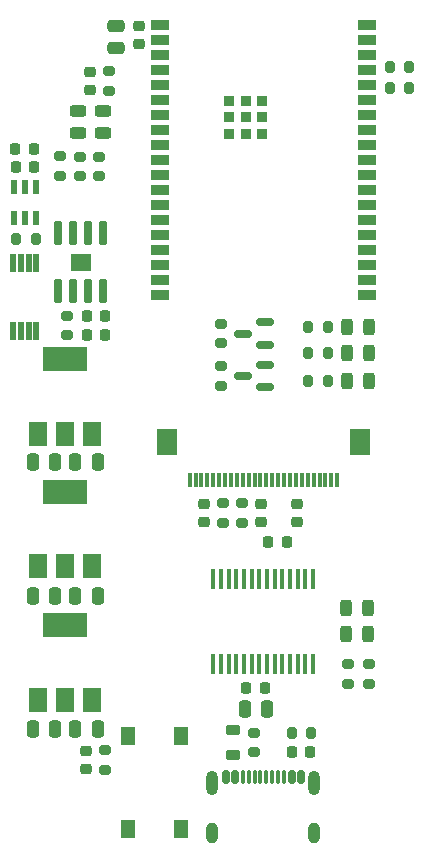
<source format=gtp>
G04 #@! TF.GenerationSoftware,KiCad,Pcbnew,7.0.9*
G04 #@! TF.CreationDate,2024-01-11T22:43:50+01:00*
G04 #@! TF.ProjectId,CameraV1,43616d65-7261-4563-912e-6b696361645f,rev?*
G04 #@! TF.SameCoordinates,Original*
G04 #@! TF.FileFunction,Paste,Top*
G04 #@! TF.FilePolarity,Positive*
%FSLAX46Y46*%
G04 Gerber Fmt 4.6, Leading zero omitted, Abs format (unit mm)*
G04 Created by KiCad (PCBNEW 7.0.9) date 2024-01-11 22:43:50*
%MOMM*%
%LPD*%
G01*
G04 APERTURE LIST*
G04 Aperture macros list*
%AMRoundRect*
0 Rectangle with rounded corners*
0 $1 Rounding radius*
0 $2 $3 $4 $5 $6 $7 $8 $9 X,Y pos of 4 corners*
0 Add a 4 corners polygon primitive as box body*
4,1,4,$2,$3,$4,$5,$6,$7,$8,$9,$2,$3,0*
0 Add four circle primitives for the rounded corners*
1,1,$1+$1,$2,$3*
1,1,$1+$1,$4,$5*
1,1,$1+$1,$6,$7*
1,1,$1+$1,$8,$9*
0 Add four rect primitives between the rounded corners*
20,1,$1+$1,$2,$3,$4,$5,0*
20,1,$1+$1,$4,$5,$6,$7,0*
20,1,$1+$1,$6,$7,$8,$9,0*
20,1,$1+$1,$8,$9,$2,$3,0*%
G04 Aperture macros list end*
%ADD10C,0.010000*%
%ADD11RoundRect,0.225000X-0.250000X0.225000X-0.250000X-0.225000X0.250000X-0.225000X0.250000X0.225000X0*%
%ADD12RoundRect,0.225000X0.225000X0.250000X-0.225000X0.250000X-0.225000X-0.250000X0.225000X-0.250000X0*%
%ADD13RoundRect,0.225000X-0.225000X-0.250000X0.225000X-0.250000X0.225000X0.250000X-0.225000X0.250000X0*%
%ADD14RoundRect,0.243750X-0.243750X-0.456250X0.243750X-0.456250X0.243750X0.456250X-0.243750X0.456250X0*%
%ADD15RoundRect,0.200000X-0.275000X0.200000X-0.275000X-0.200000X0.275000X-0.200000X0.275000X0.200000X0*%
%ADD16RoundRect,0.200000X0.275000X-0.200000X0.275000X0.200000X-0.275000X0.200000X-0.275000X-0.200000X0*%
%ADD17RoundRect,0.250000X-0.250000X-0.475000X0.250000X-0.475000X0.250000X0.475000X-0.250000X0.475000X0*%
%ADD18RoundRect,0.200000X-0.200000X-0.275000X0.200000X-0.275000X0.200000X0.275000X-0.200000X0.275000X0*%
%ADD19RoundRect,0.042000X0.258000X-0.943000X0.258000X0.943000X-0.258000X0.943000X-0.258000X-0.943000X0*%
%ADD20R,0.300000X1.300000*%
%ADD21R,1.800000X2.200000*%
%ADD22R,1.300000X1.550000*%
%ADD23R,1.500000X2.000000*%
%ADD24R,3.800000X2.000000*%
%ADD25RoundRect,0.020000X0.180000X-0.760000X0.180000X0.760000X-0.180000X0.760000X-0.180000X-0.760000X0*%
%ADD26RoundRect,0.150000X0.587500X0.150000X-0.587500X0.150000X-0.587500X-0.150000X0.587500X-0.150000X0*%
%ADD27R,0.550000X1.200000*%
%ADD28RoundRect,0.218750X0.381250X-0.218750X0.381250X0.218750X-0.381250X0.218750X-0.381250X-0.218750X0*%
%ADD29RoundRect,0.250000X0.250000X0.475000X-0.250000X0.475000X-0.250000X-0.475000X0.250000X-0.475000X0*%
%ADD30RoundRect,0.150000X-0.150000X-0.425000X0.150000X-0.425000X0.150000X0.425000X-0.150000X0.425000X0*%
%ADD31RoundRect,0.075000X-0.075000X-0.500000X0.075000X-0.500000X0.075000X0.500000X-0.075000X0.500000X0*%
%ADD32O,1.000000X2.100000*%
%ADD33O,1.000000X1.800000*%
%ADD34RoundRect,0.225000X0.250000X-0.225000X0.250000X0.225000X-0.250000X0.225000X-0.250000X-0.225000X0*%
%ADD35R,0.450000X1.750000*%
%ADD36RoundRect,0.200000X0.200000X0.275000X-0.200000X0.275000X-0.200000X-0.275000X0.200000X-0.275000X0*%
%ADD37RoundRect,0.250000X0.475000X-0.250000X0.475000X0.250000X-0.475000X0.250000X-0.475000X-0.250000X0*%
%ADD38RoundRect,0.243750X0.456250X-0.243750X0.456250X0.243750X-0.456250X0.243750X-0.456250X-0.243750X0*%
%ADD39R,1.500000X0.900000*%
%ADD40R,0.900000X0.900000*%
G04 APERTURE END LIST*
D10*
X102555000Y-79170000D02*
X100915000Y-79170000D01*
X100915000Y-77880000D01*
X102555000Y-77880000D01*
X102555000Y-79170000D01*
G36*
X102555000Y-79170000D02*
G01*
X100915000Y-79170000D01*
X100915000Y-77880000D01*
X102555000Y-77880000D01*
X102555000Y-79170000D01*
G37*
D11*
X102200000Y-119925000D03*
X102200000Y-121475000D03*
D12*
X103810000Y-83100000D03*
X102260000Y-83100000D03*
D13*
X115750000Y-114600000D03*
X117300000Y-114600000D03*
D14*
X124212500Y-110000000D03*
X126087500Y-110000000D03*
D15*
X103800000Y-119875000D03*
X103800000Y-121525000D03*
X113600000Y-83775000D03*
X113600000Y-85425000D03*
D16*
X101700000Y-71250000D03*
X101700000Y-69600000D03*
D13*
X96200000Y-69000000D03*
X97750000Y-69000000D03*
D17*
X97650000Y-118100000D03*
X99550000Y-118100000D03*
D18*
X120975000Y-86200000D03*
X122625000Y-86200000D03*
D19*
X99830000Y-81000000D03*
X101100000Y-81000000D03*
X102370000Y-81000000D03*
X103640000Y-81000000D03*
X103640000Y-76050000D03*
X102370000Y-76050000D03*
X101100000Y-76050000D03*
X99830000Y-76050000D03*
D20*
X123450000Y-97000000D03*
X122950000Y-97000000D03*
X122450000Y-97000000D03*
X121950000Y-97000000D03*
X121450000Y-97000000D03*
X120950000Y-97000000D03*
X120450000Y-97000000D03*
X119950000Y-97000000D03*
X119450000Y-97000000D03*
X118950000Y-97000000D03*
X118450000Y-97000000D03*
X117950000Y-97000000D03*
X117450000Y-97000000D03*
X116950000Y-97000000D03*
X116450000Y-97000000D03*
X115950000Y-97000000D03*
X115450000Y-97000000D03*
X114950000Y-97000000D03*
X114450000Y-97000000D03*
X113950000Y-97000000D03*
X113450000Y-97000000D03*
X112950000Y-97000000D03*
X112450000Y-97000000D03*
X111950000Y-97000000D03*
X111450000Y-97000000D03*
X110950000Y-97000000D03*
D21*
X125350000Y-93750000D03*
X109050000Y-93750000D03*
D22*
X105750000Y-126575000D03*
X105750000Y-118625000D03*
X110250000Y-126575000D03*
X110250000Y-118625000D03*
D23*
X98100000Y-104300000D03*
X100400000Y-104300000D03*
D24*
X100400000Y-98000000D03*
D23*
X102700000Y-104300000D03*
D25*
X96025000Y-84380000D03*
X96675000Y-84380000D03*
X97325000Y-84380000D03*
X97975000Y-84380000D03*
X97975000Y-78620000D03*
X97325000Y-78620000D03*
X96675000Y-78620000D03*
X96025000Y-78620000D03*
D26*
X117337500Y-89150000D03*
X117337500Y-87250000D03*
X115462500Y-88200000D03*
D16*
X115400000Y-100625000D03*
X115400000Y-98975000D03*
D18*
X120975000Y-84000000D03*
X122625000Y-84000000D03*
D27*
X96050000Y-74800000D03*
X97000000Y-74800000D03*
X97950000Y-74800000D03*
X97950000Y-72200000D03*
X97000000Y-72200000D03*
X96050000Y-72200000D03*
D28*
X114600000Y-120262500D03*
X114600000Y-118137500D03*
D17*
X97650000Y-106800000D03*
X99550000Y-106800000D03*
D23*
X98100000Y-115600000D03*
X100400000Y-115600000D03*
D24*
X100400000Y-109300000D03*
D23*
X102700000Y-115600000D03*
D12*
X103810000Y-84700000D03*
X102260000Y-84700000D03*
D14*
X124262500Y-84000000D03*
X126137500Y-84000000D03*
D29*
X103150000Y-106800000D03*
X101250000Y-106800000D03*
D15*
X113600000Y-87375000D03*
X113600000Y-89025000D03*
D30*
X114000000Y-122100000D03*
X114800000Y-122100000D03*
D31*
X115950000Y-122100000D03*
X116950000Y-122100000D03*
X117450000Y-122100000D03*
X118450000Y-122100000D03*
D30*
X119600000Y-122100000D03*
X120400000Y-122100000D03*
X120400000Y-122100000D03*
X119600000Y-122100000D03*
D31*
X118950000Y-122100000D03*
X117950000Y-122100000D03*
X116450000Y-122100000D03*
X115450000Y-122100000D03*
D30*
X114800000Y-122100000D03*
X114000000Y-122100000D03*
D32*
X112880000Y-122675000D03*
D33*
X112880000Y-126855000D03*
D32*
X121520000Y-122675000D03*
D33*
X121520000Y-126855000D03*
D34*
X117000000Y-100575000D03*
X117000000Y-99025000D03*
D16*
X116400000Y-120025000D03*
X116400000Y-118375000D03*
D14*
X124212500Y-107800000D03*
X126087500Y-107800000D03*
D15*
X113800000Y-98975000D03*
X113800000Y-100625000D03*
D18*
X119600000Y-118400000D03*
X121250000Y-118400000D03*
D34*
X106700000Y-60075000D03*
X106700000Y-58525000D03*
D14*
X124262500Y-88600000D03*
X126137500Y-88600000D03*
D18*
X120975000Y-88600000D03*
X122625000Y-88600000D03*
D35*
X121400000Y-105400000D03*
X120750000Y-105400000D03*
X120100000Y-105400000D03*
X119450000Y-105400000D03*
X118800000Y-105400000D03*
X118150000Y-105400000D03*
X117500000Y-105400000D03*
X116850000Y-105400000D03*
X116200000Y-105400000D03*
X115550000Y-105400000D03*
X114900000Y-105400000D03*
X114250000Y-105400000D03*
X113600000Y-105400000D03*
X112950000Y-105400000D03*
X112950000Y-112600000D03*
X113600000Y-112600000D03*
X114250000Y-112600000D03*
X114900000Y-112600000D03*
X115550000Y-112600000D03*
X116200000Y-112600000D03*
X116850000Y-112600000D03*
X117500000Y-112600000D03*
X118150000Y-112600000D03*
X118800000Y-112600000D03*
X119450000Y-112600000D03*
X120100000Y-112600000D03*
X120750000Y-112600000D03*
X121400000Y-112600000D03*
D13*
X96225000Y-70500000D03*
X97775000Y-70500000D03*
D16*
X103300000Y-71250000D03*
X103300000Y-69600000D03*
D12*
X119175000Y-102200000D03*
X117625000Y-102200000D03*
D17*
X115600000Y-116400000D03*
X117500000Y-116400000D03*
D15*
X126150000Y-112575000D03*
X126150000Y-114225000D03*
D16*
X100000000Y-71225000D03*
X100000000Y-69575000D03*
D34*
X102525000Y-64000000D03*
X102525000Y-62450000D03*
X120000000Y-100575000D03*
X120000000Y-99025000D03*
D29*
X103150000Y-95500000D03*
X101250000Y-95500000D03*
D36*
X129525000Y-62030000D03*
X127875000Y-62030000D03*
D14*
X124262500Y-86200000D03*
X126137500Y-86200000D03*
D15*
X100535000Y-83075000D03*
X100535000Y-84725000D03*
D36*
X129525000Y-63800000D03*
X127875000Y-63800000D03*
D29*
X103150000Y-118100000D03*
X101250000Y-118100000D03*
D26*
X117337500Y-85550000D03*
X117337500Y-83650000D03*
X115462500Y-84600000D03*
D37*
X104700000Y-60450000D03*
X104700000Y-58550000D03*
D23*
X98100000Y-93050000D03*
X100400000Y-93050000D03*
D24*
X100400000Y-86750000D03*
D23*
X102700000Y-93050000D03*
D15*
X124350000Y-112575000D03*
X124350000Y-114225000D03*
D36*
X97925000Y-76600000D03*
X96275000Y-76600000D03*
D13*
X119625000Y-120000000D03*
X121175000Y-120000000D03*
D38*
X101500000Y-67637500D03*
X101500000Y-65762500D03*
D17*
X97650000Y-95500000D03*
X99550000Y-95500000D03*
D15*
X104125000Y-62375000D03*
X104125000Y-64025000D03*
D11*
X112200000Y-99025000D03*
X112200000Y-100575000D03*
D38*
X103600000Y-67637500D03*
X103600000Y-65762500D03*
D39*
X108450000Y-58490000D03*
X108450000Y-59760000D03*
X108450000Y-61030000D03*
X108450000Y-62300000D03*
X108450000Y-63570000D03*
X108450000Y-64840000D03*
X108450000Y-66110000D03*
X108450000Y-67380000D03*
X108450000Y-68650000D03*
X108450000Y-69920000D03*
X108450000Y-71190000D03*
X108450000Y-72460000D03*
X108450000Y-73730000D03*
X108450000Y-75000000D03*
X108450000Y-76270000D03*
X108450000Y-77540000D03*
X108450000Y-78810000D03*
X108450000Y-80080000D03*
X108450000Y-81350000D03*
X125950000Y-81350000D03*
X125950000Y-80080000D03*
X125950000Y-78810000D03*
X125950000Y-77540000D03*
X125950000Y-76270000D03*
X125950000Y-75000000D03*
X125950000Y-73730000D03*
X125950000Y-72460000D03*
X125950000Y-71190000D03*
X125950000Y-69920000D03*
X125950000Y-68650000D03*
X125950000Y-67380000D03*
X125950000Y-66110000D03*
X125950000Y-64840000D03*
X125950000Y-63570000D03*
X125950000Y-62300000D03*
X125950000Y-61030000D03*
X125950000Y-59760000D03*
X125950000Y-58490000D03*
D40*
X114300000Y-64890000D03*
X115700000Y-64890000D03*
X117100000Y-64890000D03*
X114300000Y-66290000D03*
X115700000Y-66290000D03*
X117100000Y-66290000D03*
X114300000Y-67690000D03*
X115700000Y-67690000D03*
X117100000Y-67690000D03*
M02*

</source>
